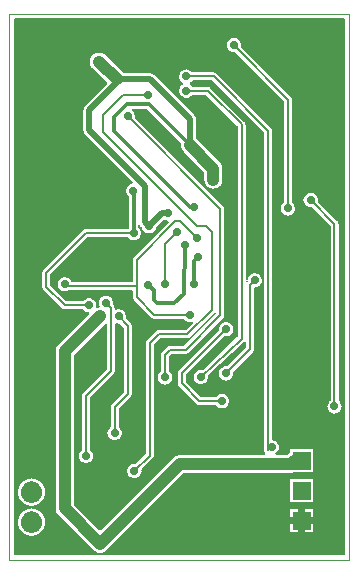
<source format=gbl>
G75*
G71*
%OFA0B0*%
%FSLAX23Y23*%
%IPPOS*%
%LPD*%
%ADD10C,0.1*%
%ADD11C,0.177*%
%ADD12C,0.305*%
%ADD13C,1.016*%
%ADD14C,0.508*%
%ADD15C,0.706*%
%LPD*%G36*
X17511Y29578D02*
X17534Y29524D01*
X17534Y28050D01*
X17398Y28002D01*
X17373Y28032D01*
X16914Y28491D01*
X16859Y28536D01*
X16801Y28567D01*
X16737Y28587D01*
X16667Y28594D01*
X16049Y28594D01*
X15995Y28616D01*
X15497Y29114D01*
X15574Y29241D01*
X15690Y29230D01*
X15808Y29241D01*
X15920Y29276D01*
X16024Y29332D01*
X16116Y29407D01*
X16191Y29498D01*
X16247Y29602D01*
X16281Y29715D01*
X16292Y29833D01*
X16281Y29950D01*
X16247Y30064D01*
X16191Y30167D01*
X16116Y30259D01*
X16024Y30334D01*
X15921Y30389D01*
X15808Y30424D01*
X15690Y30435D01*
X15572Y30424D01*
X15459Y30389D01*
X15439Y30379D01*
X15350Y30392D01*
X9296Y36446D01*
X9274Y36500D01*
X9274Y37315D01*
X9296Y37369D01*
X9330Y37403D01*
X9457Y37372D01*
X9478Y37304D01*
X9534Y37200D01*
X9609Y37108D01*
X9700Y37033D01*
X9803Y36977D01*
X9917Y36944D01*
X10035Y36932D01*
X10111Y36939D01*
X10173Y36917D01*
X17511Y29578D01*
G37*
%LPC*%%LPD*%G36*
X382Y2951D02*
X382Y3935D01*
X382Y4919D01*
X382Y5902D01*
X382Y6886D01*
X382Y7870D01*
X382Y8853D01*
X382Y9837D01*
X382Y10820D01*
X382Y11804D01*
X382Y12788D01*
X382Y13771D01*
X382Y14755D01*
X382Y15739D01*
X382Y16722D01*
X382Y17706D01*
X382Y18690D01*
X382Y29510D01*
X382Y30493D01*
X382Y31477D01*
X382Y45773D01*
X458Y45850D01*
X1985Y45850D01*
X2977Y45850D01*
X3970Y45850D01*
X28326Y45850D01*
X28403Y45773D01*
X28403Y42297D01*
X28403Y41314D01*
X28403Y40330D01*
X28403Y39346D01*
X28403Y38363D01*
X28403Y37379D01*
X28403Y36395D01*
X28403Y35412D01*
X28403Y32461D01*
X28403Y31477D01*
X28403Y30493D01*
X28403Y29510D01*
X28403Y459D01*
X28326Y383D01*
X26800Y383D01*
X25807Y383D01*
X24814Y383D01*
X19851Y383D01*
X18859Y383D01*
X17866Y383D01*
X16874Y383D01*
X15881Y383D01*
X14888Y383D01*
X13896Y383D01*
X12903Y383D01*
X11911Y383D01*
X7940Y383D01*
X6948Y383D01*
X5955Y383D01*
X458Y383D01*
X382Y459D01*
X382Y1968D01*
X382Y2951D01*
G37*
%LPC*%G36*
X13558Y18112D02*
X13494Y18093D01*
X13436Y18061D01*
X13381Y18017D01*
X12928Y17564D01*
X12884Y17509D01*
X12866Y17475D01*
X12852Y17451D01*
X12848Y17441D01*
X12833Y17387D01*
X12831Y17378D01*
X12830Y17357D01*
X12827Y17321D01*
X12827Y17312D01*
X12848Y15963D01*
X12820Y15903D01*
X12768Y15861D01*
X12694Y15770D01*
X12638Y15665D01*
X12603Y15552D01*
X12592Y15434D01*
X12603Y15317D01*
X12638Y15204D01*
X12694Y15100D01*
X12769Y15008D01*
X12860Y14933D01*
X12963Y14877D01*
X13077Y14844D01*
X13195Y14832D01*
X13312Y14844D01*
X13426Y14877D01*
X13529Y14933D01*
X13621Y15008D01*
X13696Y15100D01*
X13751Y15203D01*
X13786Y15317D01*
X13797Y15434D01*
X13786Y15552D01*
X13751Y15665D01*
X13696Y15770D01*
X13621Y15861D01*
X13553Y15916D01*
X13524Y15974D01*
X13506Y17152D01*
X13529Y17207D01*
X13741Y17419D01*
X13795Y17442D01*
X14939Y17442D01*
X15009Y17448D01*
X15072Y17468D01*
X15130Y17499D01*
X15185Y17544D01*
X18108Y20468D01*
X18153Y20522D01*
X18184Y20580D01*
X18204Y20644D01*
X18211Y20714D01*
X18211Y29693D01*
X18204Y29763D01*
X18184Y29827D01*
X18153Y29884D01*
X18108Y29939D01*
X10652Y37395D01*
X10630Y37457D01*
X10637Y37534D01*
X10626Y37652D01*
X10591Y37765D01*
X10535Y37870D01*
X10461Y37961D01*
X10369Y38035D01*
X10352Y38045D01*
X10388Y38189D01*
X11628Y38189D01*
X11682Y38166D01*
X14564Y35284D01*
X14586Y35223D01*
X14573Y35088D01*
X14587Y34940D01*
X14630Y34798D01*
X14700Y34667D01*
X14797Y34550D01*
X16517Y32829D01*
X16540Y32775D01*
X16540Y32188D01*
X16554Y32037D01*
X16598Y31895D01*
X16668Y31764D01*
X16762Y31648D01*
X16877Y31555D01*
X17008Y31484D01*
X17150Y31442D01*
X17298Y31427D01*
X17446Y31442D01*
X17588Y31484D01*
X17718Y31555D01*
X17834Y31649D01*
X17928Y31764D01*
X17998Y31894D01*
X18041Y32037D01*
X18056Y32188D01*
X18056Y33116D01*
X18041Y33268D01*
X17998Y33411D01*
X17928Y33541D01*
X17831Y33659D01*
X15869Y35621D01*
X15862Y35627D01*
X15835Y35686D01*
X15835Y37297D01*
X15824Y37399D01*
X15795Y37494D01*
X15749Y37580D01*
X15683Y37660D01*
X12326Y41017D01*
X12247Y41082D01*
X12160Y41129D01*
X12065Y41158D01*
X11963Y41168D01*
X9749Y41168D01*
X9690Y41196D01*
X9684Y41203D01*
X8190Y42697D01*
X8071Y42794D01*
X7941Y42864D01*
X7798Y42907D01*
X7647Y42922D01*
X7582Y42922D01*
X7431Y42907D01*
X7288Y42864D01*
X7158Y42794D01*
X7043Y42700D01*
X6949Y42584D01*
X6878Y42454D01*
X6835Y42312D01*
X6821Y42164D01*
X6835Y42016D01*
X6878Y41874D01*
X6949Y41743D01*
X7042Y41628D01*
X7158Y41534D01*
X7257Y41481D01*
X7275Y41468D01*
X8325Y40419D01*
X8325Y40310D01*
X6444Y38430D01*
X6379Y38350D01*
X6332Y38264D01*
X6303Y38169D01*
X6294Y38067D01*
X6294Y36369D01*
X6303Y36267D01*
X6332Y36173D01*
X6379Y36086D01*
X6444Y36006D01*
X10467Y31983D01*
X10421Y31853D01*
X10380Y31849D01*
X10268Y31814D01*
X10163Y31758D01*
X10071Y31684D01*
X9997Y31593D01*
X9941Y31488D01*
X9906Y31375D01*
X9895Y31257D01*
X9906Y31139D01*
X9941Y31027D01*
X9997Y30923D01*
X10072Y30831D01*
X10113Y30797D01*
X10141Y30738D01*
X10141Y28137D01*
X10112Y28077D01*
X10068Y28021D01*
X10008Y27993D01*
X6493Y27993D01*
X6423Y27986D01*
X6359Y27967D01*
X6301Y27935D01*
X6246Y27891D01*
X2903Y24547D01*
X2858Y24492D01*
X2827Y24435D01*
X2807Y24371D01*
X2801Y24301D01*
X2801Y23106D01*
X2807Y23036D01*
X2827Y22972D01*
X2858Y22914D01*
X2903Y22861D01*
X4468Y21294D01*
X4523Y21250D01*
X4582Y21218D01*
X4644Y21200D01*
X4714Y21193D01*
X6242Y21193D01*
X6301Y21165D01*
X6350Y21105D01*
X6442Y21030D01*
X6546Y20974D01*
X6658Y20939D01*
X6737Y20932D01*
X6784Y20802D01*
X4169Y18187D01*
X4072Y18069D01*
X4002Y17938D01*
X3958Y17796D01*
X3944Y17644D01*
X3944Y4357D01*
X3958Y4205D01*
X4002Y4064D01*
X4072Y3932D01*
X4169Y3815D01*
X7163Y819D01*
X7282Y723D01*
X7413Y653D01*
X7555Y609D01*
X7702Y595D01*
X7850Y609D01*
X7993Y653D01*
X8123Y723D01*
X8241Y819D01*
X14752Y7330D01*
X14806Y7353D01*
X23833Y7353D01*
X23985Y7368D01*
X24038Y7383D01*
X24060Y7387D01*
X25515Y7387D01*
X25567Y7392D01*
X25614Y7406D01*
X25657Y7429D01*
X25695Y7460D01*
X25726Y7498D01*
X25749Y7541D01*
X25764Y7588D01*
X25769Y7640D01*
X25769Y9157D01*
X25764Y9209D01*
X25749Y9256D01*
X25726Y9299D01*
X25695Y9337D01*
X25657Y9368D01*
X25614Y9391D01*
X25567Y9406D01*
X25515Y9411D01*
X23999Y9411D01*
X23946Y9406D01*
X23900Y9391D01*
X23856Y9368D01*
X23818Y9337D01*
X23787Y9299D01*
X23764Y9256D01*
X23749Y9209D01*
X23745Y9157D01*
X23745Y9095D01*
X23704Y9028D01*
X23588Y8931D01*
X23547Y8891D01*
X23493Y8869D01*
X22562Y8869D01*
X22526Y9013D01*
X22551Y9026D01*
X22643Y9101D01*
X22717Y9193D01*
X22773Y9297D01*
X22808Y9410D01*
X22819Y9527D01*
X22808Y9645D01*
X22773Y9758D01*
X22717Y9863D01*
X22643Y9954D01*
X22551Y10028D01*
X22448Y10084D01*
X22330Y10120D01*
X22276Y10193D01*
X22276Y36312D01*
X22269Y36382D01*
X22250Y36446D01*
X22218Y36504D01*
X22174Y36558D01*
X17582Y41150D01*
X17528Y41194D01*
X17470Y41226D01*
X17406Y41245D01*
X17336Y41252D01*
X15543Y41252D01*
X15484Y41280D01*
X15435Y41340D01*
X15343Y41414D01*
X15239Y41470D01*
X15126Y41505D01*
X15008Y41516D01*
X14891Y41505D01*
X14778Y41470D01*
X14674Y41414D01*
X14582Y41340D01*
X14507Y41249D01*
X14452Y41144D01*
X14417Y41031D01*
X14406Y40913D01*
X14417Y40796D01*
X14452Y40682D01*
X14507Y40579D01*
X14582Y40487D01*
X14674Y40412D01*
X14722Y40386D01*
X14722Y40251D01*
X14674Y40225D01*
X14582Y40151D01*
X14507Y40060D01*
X14452Y39955D01*
X14417Y39842D01*
X14406Y39724D01*
X14417Y39607D01*
X14452Y39493D01*
X14507Y39390D01*
X14582Y39298D01*
X14674Y39223D01*
X14777Y39167D01*
X14891Y39134D01*
X15008Y39122D01*
X15126Y39134D01*
X15239Y39167D01*
X15343Y39223D01*
X15435Y39298D01*
X15483Y39357D01*
X15542Y39386D01*
X16633Y39386D01*
X16687Y39363D01*
X19316Y36734D01*
X19339Y36680D01*
X19339Y18883D01*
X19314Y18827D01*
X16387Y16098D01*
X16327Y16078D01*
X16227Y16088D01*
X16110Y16076D01*
X15996Y16042D01*
X15893Y15986D01*
X15801Y15912D01*
X15726Y15821D01*
X15671Y15716D01*
X15636Y15603D01*
X15625Y15485D01*
X15636Y15367D01*
X15671Y15255D01*
X15726Y15151D01*
X15801Y15059D01*
X15893Y14984D01*
X15996Y14928D01*
X16110Y14895D01*
X16227Y14883D01*
X16345Y14895D01*
X16458Y14928D01*
X16562Y14984D01*
X16654Y15059D01*
X16728Y15151D01*
X16784Y15255D01*
X16819Y15367D01*
X16830Y15485D01*
X16825Y15539D01*
X16849Y15603D01*
X19905Y18451D01*
X19917Y18463D01*
X19929Y18479D01*
X20065Y18430D01*
X20065Y17995D01*
X20042Y17941D01*
X18488Y16388D01*
X18426Y16366D01*
X18350Y16373D01*
X18232Y16362D01*
X18120Y16327D01*
X18015Y16271D01*
X17923Y16197D01*
X17849Y16106D01*
X17793Y16001D01*
X17758Y15888D01*
X17747Y15770D01*
X17758Y15653D01*
X17793Y15540D01*
X17849Y15436D01*
X17924Y15344D01*
X18015Y15269D01*
X18119Y15213D01*
X18232Y15180D01*
X18350Y15168D01*
X18467Y15180D01*
X18581Y15213D01*
X18684Y15269D01*
X18776Y15344D01*
X18851Y15436D01*
X18906Y15539D01*
X18941Y15653D01*
X18952Y15770D01*
X18945Y15847D01*
X18967Y15909D01*
X20640Y17582D01*
X20684Y17635D01*
X20715Y17693D01*
X20735Y17757D01*
X20742Y17827D01*
X20742Y22977D01*
X20811Y23053D01*
X20899Y23062D01*
X21012Y23095D01*
X21116Y23151D01*
X21208Y23226D01*
X21282Y23318D01*
X21338Y23422D01*
X21373Y23535D01*
X21384Y23652D01*
X21373Y23770D01*
X21338Y23883D01*
X21282Y23988D01*
X21208Y24079D01*
X21116Y24153D01*
X21012Y24209D01*
X20899Y24244D01*
X20781Y24255D01*
X20664Y24244D01*
X20551Y24209D01*
X20447Y24153D01*
X20355Y24079D01*
X20280Y23988D01*
X20225Y23883D01*
X20190Y23770D01*
X20179Y23652D01*
X20186Y23576D01*
X20164Y23514D01*
X20151Y23498D01*
X20016Y23547D01*
X20016Y36848D01*
X20009Y36918D01*
X19989Y36982D01*
X19958Y37040D01*
X19913Y37095D01*
X17047Y39961D01*
X16992Y40005D01*
X16934Y40037D01*
X16870Y40056D01*
X16800Y40063D01*
X15543Y40063D01*
X15484Y40091D01*
X15435Y40151D01*
X15343Y40225D01*
X15295Y40251D01*
X15295Y40386D01*
X15343Y40412D01*
X15435Y40487D01*
X15483Y40546D01*
X15542Y40575D01*
X17169Y40575D01*
X17223Y40552D01*
X21576Y36199D01*
X21599Y36145D01*
X21599Y9252D01*
X21605Y9182D01*
X21625Y9119D01*
X21656Y9061D01*
X21698Y9009D01*
X21705Y9004D01*
X21656Y8869D01*
X14464Y8869D01*
X14312Y8854D01*
X14171Y8810D01*
X14039Y8740D01*
X13922Y8643D01*
X7756Y2479D01*
X7648Y2479D01*
X5482Y4645D01*
X5460Y4699D01*
X5460Y17302D01*
X5482Y17356D01*
X8115Y19989D01*
X8246Y19935D01*
X8246Y16131D01*
X8223Y16077D01*
X6274Y14128D01*
X6230Y14073D01*
X6198Y14015D01*
X6179Y13952D01*
X6173Y13882D01*
X6173Y9338D01*
X6144Y9279D01*
X6084Y9230D01*
X6010Y9139D01*
X5954Y9034D01*
X5919Y8921D01*
X5908Y8803D01*
X5919Y8686D01*
X5954Y8573D01*
X6010Y8469D01*
X6085Y8377D01*
X6176Y8302D01*
X6280Y8246D01*
X6393Y8213D01*
X6511Y8201D01*
X6628Y8213D01*
X6742Y8246D01*
X6845Y8302D01*
X6937Y8377D01*
X7012Y8469D01*
X7068Y8572D01*
X7102Y8686D01*
X7113Y8803D01*
X7102Y8921D01*
X7068Y9034D01*
X7012Y9138D01*
X6937Y9230D01*
X6878Y9278D01*
X6850Y9337D01*
X6850Y13714D01*
X6872Y13768D01*
X8821Y15717D01*
X8865Y15772D01*
X8897Y15830D01*
X8916Y15893D01*
X8923Y15963D01*
X8923Y19979D01*
X9035Y20047D01*
X9151Y20012D01*
X9269Y20000D01*
X9324Y20005D01*
X9387Y19982D01*
X9676Y19675D01*
X9697Y19622D01*
X9697Y14212D01*
X9674Y14158D01*
X8690Y13174D01*
X8645Y13119D01*
X8614Y13061D01*
X8594Y12997D01*
X8588Y12927D01*
X8588Y11273D01*
X8560Y11214D01*
X8500Y11165D01*
X8426Y11074D01*
X8370Y10970D01*
X8335Y10857D01*
X8324Y10739D01*
X8335Y10621D01*
X8370Y10509D01*
X8426Y10404D01*
X8500Y10313D01*
X8592Y10238D01*
X8695Y10182D01*
X8809Y10149D01*
X8926Y10137D01*
X9044Y10149D01*
X9158Y10182D01*
X9261Y10238D01*
X9353Y10313D01*
X9427Y10404D01*
X9483Y10509D01*
X9518Y10621D01*
X9529Y10739D01*
X9518Y10857D01*
X9483Y10970D01*
X9427Y11074D01*
X9353Y11165D01*
X9292Y11215D01*
X9265Y11274D01*
X9265Y12759D01*
X9287Y12813D01*
X10271Y13798D01*
X10316Y13852D01*
X10347Y13910D01*
X10367Y13974D01*
X10374Y14043D01*
X10374Y19783D01*
X10369Y19827D01*
X10368Y19844D01*
X10367Y19853D01*
X10359Y19878D01*
X10351Y19907D01*
X10346Y19919D01*
X10336Y19937D01*
X10322Y19966D01*
X10316Y19976D01*
X10300Y19995D01*
X10279Y20022D01*
X9882Y20444D01*
X9862Y20504D01*
X9871Y20602D01*
X9860Y20720D01*
X9825Y20833D01*
X9770Y20938D01*
X9695Y21029D01*
X9603Y21103D01*
X9500Y21159D01*
X9386Y21194D01*
X9269Y21205D01*
X9151Y21194D01*
X9039Y21159D01*
X8923Y21225D01*
X8923Y21311D01*
X8923Y21331D01*
X8921Y21352D01*
X8919Y21381D01*
X8916Y21396D01*
X8908Y21427D01*
X8903Y21446D01*
X8899Y21457D01*
X8897Y21465D01*
X8884Y21489D01*
X8876Y21507D01*
X8868Y21518D01*
X8853Y21538D01*
X8835Y21563D01*
X8804Y21599D01*
X8785Y21657D01*
X8796Y21775D01*
X8785Y21893D01*
X8750Y22006D01*
X8694Y22111D01*
X8620Y22202D01*
X8528Y22276D01*
X8424Y22332D01*
X8311Y22367D01*
X8193Y22378D01*
X8076Y22367D01*
X7963Y22332D01*
X7859Y22276D01*
X7767Y22202D01*
X7692Y22111D01*
X7637Y22006D01*
X7602Y21893D01*
X7591Y21775D01*
X7602Y21658D01*
X7637Y21544D01*
X7677Y21468D01*
X7617Y21356D01*
X7508Y21346D01*
X7465Y21333D01*
X7367Y21414D01*
X7379Y21531D01*
X7367Y21648D01*
X7333Y21762D01*
X7277Y21865D01*
X7203Y21957D01*
X7111Y22032D01*
X7007Y22087D01*
X6894Y22122D01*
X6776Y22133D01*
X6658Y22122D01*
X6545Y22087D01*
X6442Y22032D01*
X6350Y21957D01*
X6301Y21897D01*
X6242Y21870D01*
X4882Y21870D01*
X4828Y21892D01*
X3500Y23219D01*
X3478Y23273D01*
X3478Y24133D01*
X3500Y24187D01*
X6606Y27293D01*
X6660Y27316D01*
X10009Y27316D01*
X10068Y27287D01*
X10117Y27228D01*
X10208Y27153D01*
X10312Y27098D01*
X10425Y27063D01*
X10543Y27052D01*
X10661Y27063D01*
X10774Y27098D01*
X10877Y27153D01*
X10969Y27228D01*
X11044Y27320D01*
X11100Y27423D01*
X11134Y27537D01*
X11145Y27654D01*
X11134Y27772D01*
X11100Y27885D01*
X11044Y27989D01*
X10969Y28081D01*
X10946Y28136D01*
X10946Y28298D01*
X11090Y28334D01*
X11116Y28285D01*
X11181Y28205D01*
X11242Y28144D01*
X11261Y28113D01*
X11288Y28024D01*
X11343Y27920D01*
X11418Y27829D01*
X11510Y27754D01*
X11614Y27698D01*
X11727Y27663D01*
X11844Y27652D01*
X11962Y27663D01*
X12075Y27698D01*
X12179Y27754D01*
X12271Y27828D01*
X12345Y27920D01*
X12401Y28025D01*
X12428Y28113D01*
X12447Y28145D01*
X13089Y28787D01*
X13179Y28800D01*
X13253Y28760D01*
X13367Y28727D01*
X13484Y28715D01*
X13531Y28585D01*
X10581Y25636D01*
X10537Y25581D01*
X10505Y25523D01*
X10486Y25460D01*
X10480Y25390D01*
X10480Y23606D01*
X10403Y23530D01*
X5318Y23530D01*
X5251Y23570D01*
X5203Y23658D01*
X5128Y23750D01*
X5036Y23825D01*
X4933Y23881D01*
X4819Y23915D01*
X4702Y23926D01*
X4584Y23915D01*
X4471Y23881D01*
X4367Y23825D01*
X4276Y23750D01*
X4201Y23658D01*
X4145Y23555D01*
X4110Y23441D01*
X4099Y23324D01*
X4110Y23206D01*
X4145Y23094D01*
X4201Y22989D01*
X4275Y22897D01*
X4367Y22823D01*
X4472Y22767D01*
X4584Y22732D01*
X4702Y22721D01*
X4819Y22732D01*
X4933Y22767D01*
X5036Y22823D01*
X5052Y22835D01*
X5100Y22853D01*
X10403Y22853D01*
X10480Y22776D01*
X10480Y22227D01*
X10486Y22157D01*
X10505Y22093D01*
X10537Y22035D01*
X10581Y21982D01*
X12050Y20512D01*
X12105Y20468D01*
X12163Y20436D01*
X12226Y20418D01*
X12296Y20411D01*
X14746Y20411D01*
X14805Y20383D01*
X14854Y20323D01*
X14946Y20248D01*
X15050Y20192D01*
X15162Y20157D01*
X15280Y20146D01*
X15398Y20157D01*
X15488Y20185D01*
X15565Y20058D01*
X14983Y19476D01*
X14929Y19454D01*
X12678Y19454D01*
X12608Y19447D01*
X12545Y19427D01*
X12487Y19396D01*
X12433Y19351D01*
X11658Y18578D01*
X11613Y18523D01*
X11582Y18465D01*
X11563Y18401D01*
X11557Y18331D01*
X11557Y8994D01*
X11534Y8940D01*
X10744Y8149D01*
X10682Y8127D01*
X10605Y8134D01*
X10488Y8123D01*
X10374Y8089D01*
X10271Y8033D01*
X10179Y7958D01*
X10104Y7866D01*
X10048Y7763D01*
X10014Y7650D01*
X10003Y7532D01*
X10014Y7414D01*
X10048Y7301D01*
X10104Y7197D01*
X10179Y7106D01*
X10271Y7031D01*
X10374Y6975D01*
X10488Y6941D01*
X10605Y6929D01*
X10723Y6941D01*
X10836Y6975D01*
X10940Y7031D01*
X11032Y7105D01*
X11106Y7197D01*
X11162Y7302D01*
X11197Y7414D01*
X11208Y7532D01*
X11201Y7609D01*
X11223Y7671D01*
X12131Y8580D01*
X12176Y8634D01*
X12207Y8693D01*
X12227Y8755D01*
X12234Y8825D01*
X12234Y18164D01*
X12256Y18218D01*
X12793Y18754D01*
X12847Y18777D01*
X15096Y18777D01*
X15166Y18784D01*
X15230Y18802D01*
X15288Y18834D01*
X15342Y18878D01*
X17373Y20910D01*
X17398Y20940D01*
X17534Y20891D01*
X17534Y20882D01*
X17511Y20828D01*
X14824Y18141D01*
X14770Y18119D01*
X13628Y18119D01*
X13558Y18112D01*
G37*
G36*
X27880Y28524D02*
X27860Y28588D01*
X27829Y28646D01*
X27784Y28701D01*
X26175Y30310D01*
X26155Y30384D01*
X26165Y30422D01*
X26170Y30501D01*
X26160Y30579D01*
X26135Y30653D01*
X26096Y30721D01*
X26054Y30769D01*
X26044Y30784D01*
X26027Y30816D01*
X25952Y30907D01*
X25860Y30981D01*
X25757Y31037D01*
X25643Y31072D01*
X25526Y31083D01*
X25408Y31072D01*
X25296Y31037D01*
X25191Y30981D01*
X25099Y30907D01*
X25025Y30816D01*
X24969Y30711D01*
X24934Y30598D01*
X24923Y30480D01*
X24934Y30363D01*
X24969Y30250D01*
X25025Y30146D01*
X25100Y30054D01*
X25191Y29979D01*
X25295Y29924D01*
X25408Y29889D01*
X25526Y29878D01*
X25602Y29885D01*
X25664Y29863D01*
X27187Y28340D01*
X27210Y28286D01*
X27210Y13508D01*
X27181Y13449D01*
X27121Y13400D01*
X27047Y13309D01*
X26991Y13204D01*
X26956Y13091D01*
X26945Y12973D01*
X26956Y12856D01*
X26991Y12743D01*
X27047Y12639D01*
X27122Y12547D01*
X27213Y12472D01*
X27317Y12417D01*
X27430Y12382D01*
X27548Y12371D01*
X27665Y12382D01*
X27779Y12417D01*
X27882Y12472D01*
X27974Y12547D01*
X28049Y12639D01*
X28104Y12742D01*
X28139Y12856D01*
X28150Y12973D01*
X28139Y13091D01*
X28104Y13204D01*
X28049Y13309D01*
X27974Y13400D01*
X27915Y13448D01*
X27887Y13507D01*
X27887Y28454D01*
X27880Y28524D01*
G37*
G36*
X14360Y16013D02*
X14315Y15958D01*
X14284Y15900D01*
X14265Y15836D01*
X14259Y15767D01*
X14259Y14934D01*
X14265Y14865D01*
X14284Y14803D01*
X14315Y14744D01*
X14360Y14690D01*
X15844Y13206D01*
X15898Y13161D01*
X15956Y13130D01*
X16020Y13110D01*
X16090Y13104D01*
X17473Y13104D01*
X17532Y13075D01*
X17581Y13016D01*
X17672Y12941D01*
X17776Y12885D01*
X17889Y12852D01*
X18007Y12840D01*
X18124Y12852D01*
X18238Y12885D01*
X18341Y12941D01*
X18433Y13016D01*
X18508Y13108D01*
X18564Y13211D01*
X18598Y13325D01*
X18609Y13442D01*
X18598Y13560D01*
X18564Y13673D01*
X18508Y13777D01*
X18433Y13869D01*
X18341Y13943D01*
X18238Y13999D01*
X18124Y14034D01*
X18007Y14045D01*
X17889Y14034D01*
X17777Y13999D01*
X17672Y13943D01*
X17580Y13869D01*
X17532Y13809D01*
X17472Y13781D01*
X16258Y13781D01*
X16204Y13803D01*
X14958Y15049D01*
X14936Y15103D01*
X14936Y15599D01*
X14958Y15653D01*
X18216Y18912D01*
X18278Y18934D01*
X18377Y18924D01*
X18494Y18935D01*
X18608Y18970D01*
X18711Y19026D01*
X18803Y19101D01*
X18878Y19192D01*
X18933Y19296D01*
X18968Y19409D01*
X18979Y19527D01*
X18968Y19644D01*
X18933Y19758D01*
X18878Y19861D01*
X18803Y19953D01*
X18711Y20028D01*
X18608Y20083D01*
X18494Y20118D01*
X18377Y20129D01*
X18259Y20118D01*
X18146Y20083D01*
X18042Y20028D01*
X17951Y19953D01*
X17876Y19861D01*
X17820Y19758D01*
X17785Y19644D01*
X17774Y19527D01*
X17779Y19472D01*
X17757Y19410D01*
X14360Y16013D01*
G37*
G36*
X23934Y39029D02*
X23915Y39093D01*
X23883Y39151D01*
X23839Y39206D01*
X19635Y43410D01*
X19616Y43487D01*
X19627Y43603D01*
X19616Y43721D01*
X19581Y43835D01*
X19525Y43938D01*
X19451Y44030D01*
X19359Y44104D01*
X19256Y44160D01*
X19142Y44195D01*
X19024Y44206D01*
X18907Y44195D01*
X18794Y44160D01*
X18690Y44104D01*
X18598Y44030D01*
X18524Y43938D01*
X18468Y43835D01*
X18433Y43721D01*
X18422Y43603D01*
X18433Y43486D01*
X18468Y43373D01*
X18524Y43269D01*
X18598Y43177D01*
X18690Y43103D01*
X18794Y43047D01*
X18907Y43012D01*
X19024Y43001D01*
X19045Y43003D01*
X19106Y42981D01*
X23241Y38846D01*
X23264Y38792D01*
X23264Y30276D01*
X23236Y30217D01*
X23176Y30168D01*
X23101Y30076D01*
X23045Y29973D01*
X23011Y29859D01*
X23000Y29742D01*
X23011Y29624D01*
X23045Y29511D01*
X23101Y29407D01*
X23176Y29316D01*
X23268Y29241D01*
X23372Y29185D01*
X23485Y29150D01*
X23602Y29139D01*
X23720Y29150D01*
X23833Y29185D01*
X23937Y29241D01*
X24029Y29315D01*
X24103Y29407D01*
X24159Y29512D01*
X24194Y29624D01*
X24205Y29742D01*
X24194Y29859D01*
X24159Y29973D01*
X24103Y30076D01*
X24029Y30168D01*
X23968Y30218D01*
X23941Y30277D01*
X23941Y38959D01*
X23934Y39029D01*
G37*
G36*
X8170Y42281D02*
X8135Y42395D01*
X8079Y42498D01*
X8005Y42590D01*
X7913Y42665D01*
X7809Y42721D01*
X7696Y42755D01*
X7578Y42766D01*
X7461Y42755D01*
X7347Y42721D01*
X7244Y42665D01*
X7152Y42590D01*
X7077Y42498D01*
X7022Y42395D01*
X6987Y42281D01*
X6976Y42164D01*
X6987Y42046D01*
X7022Y41933D01*
X7077Y41829D01*
X7152Y41738D01*
X7244Y41663D01*
X7348Y41607D01*
X7461Y41572D01*
X7578Y41561D01*
X7696Y41572D01*
X7809Y41607D01*
X7913Y41663D01*
X8005Y41737D01*
X8079Y41829D01*
X8135Y41934D01*
X8170Y42046D01*
X8181Y42164D01*
X8170Y42281D01*
G37*
G36*
X8294Y1470D02*
X8259Y1584D01*
X8203Y1687D01*
X8129Y1779D01*
X8037Y1853D01*
X7933Y1909D01*
X7820Y1944D01*
X7702Y1955D01*
X7585Y1944D01*
X7472Y1909D01*
X7368Y1853D01*
X7276Y1779D01*
X7201Y1687D01*
X7146Y1584D01*
X7111Y1470D01*
X7100Y1352D01*
X7111Y1235D01*
X7146Y1121D01*
X7201Y1018D01*
X7276Y927D01*
X7368Y852D01*
X7472Y796D01*
X7585Y761D01*
X7702Y750D01*
X7820Y761D01*
X7933Y796D01*
X8037Y852D01*
X8129Y926D01*
X8203Y1018D01*
X8259Y1122D01*
X8294Y1235D01*
X8305Y1352D01*
X8294Y1470D01*
G37*
G36*
X747Y5714D02*
X751Y5624D01*
X755Y5594D01*
X768Y5506D01*
X775Y5476D01*
X798Y5388D01*
X808Y5359D01*
X840Y5274D01*
X852Y5247D01*
X893Y5166D01*
X908Y5140D01*
X958Y5065D01*
X976Y5041D01*
X1033Y4971D01*
X1053Y4948D01*
X1116Y4885D01*
X1138Y4865D01*
X1209Y4808D01*
X1233Y4790D01*
X1308Y4740D01*
X1334Y4725D01*
X1415Y4684D01*
X1443Y4672D01*
X1526Y4639D01*
X1555Y4631D01*
X1643Y4607D01*
X1672Y4600D01*
X1762Y4587D01*
X1793Y4583D01*
X1882Y4579D01*
X1911Y4579D01*
X2001Y4583D01*
X2031Y4587D01*
X2121Y4600D01*
X2150Y4607D01*
X2238Y4631D01*
X2267Y4639D01*
X2351Y4672D01*
X2378Y4684D01*
X2459Y4725D01*
X2485Y4740D01*
X2560Y4790D01*
X2584Y4808D01*
X2655Y4865D01*
X2678Y4885D01*
X2740Y4948D01*
X2761Y4971D01*
X2818Y5041D01*
X2835Y5065D01*
X2885Y5140D01*
X2900Y5166D01*
X2941Y5247D01*
X2953Y5274D01*
X2985Y5359D01*
X2995Y5388D01*
X3018Y5476D01*
X3025Y5506D01*
X3038Y5594D01*
X3042Y5624D01*
X3047Y5714D01*
X3047Y5743D01*
X3042Y5833D01*
X3038Y5863D01*
X3025Y5952D01*
X3018Y5982D01*
X2995Y6069D01*
X2985Y6099D01*
X2953Y6183D01*
X2941Y6210D01*
X2900Y6291D01*
X2885Y6317D01*
X2835Y6392D01*
X2817Y6417D01*
X2761Y6486D01*
X2741Y6508D01*
X2677Y6573D01*
X2655Y6593D01*
X2584Y6650D01*
X2560Y6667D01*
X2485Y6717D01*
X2459Y6732D01*
X2378Y6773D01*
X2351Y6785D01*
X2267Y6817D01*
X2237Y6827D01*
X2151Y6850D01*
X2120Y6856D01*
X2031Y6870D01*
X2001Y6874D01*
X1911Y6878D01*
X1882Y6878D01*
X1792Y6874D01*
X1763Y6870D01*
X1673Y6856D01*
X1643Y6850D01*
X1556Y6827D01*
X1527Y6817D01*
X1442Y6785D01*
X1415Y6773D01*
X1334Y6732D01*
X1308Y6717D01*
X1233Y6667D01*
X1209Y6650D01*
X1138Y6593D01*
X1116Y6573D01*
X1052Y6508D01*
X1032Y6486D01*
X976Y6417D01*
X958Y6392D01*
X908Y6317D01*
X893Y6291D01*
X852Y6210D01*
X840Y6183D01*
X808Y6099D01*
X798Y6069D01*
X775Y5982D01*
X768Y5952D01*
X755Y5863D01*
X751Y5833D01*
X747Y5743D01*
X747Y5714D01*
G37*
G36*
X747Y3174D02*
X751Y3084D01*
X755Y3054D01*
X768Y2966D01*
X775Y2936D01*
X798Y2848D01*
X808Y2819D01*
X840Y2734D01*
X852Y2707D01*
X893Y2626D01*
X908Y2600D01*
X958Y2525D01*
X976Y2501D01*
X1033Y2431D01*
X1053Y2408D01*
X1116Y2345D01*
X1138Y2325D01*
X1209Y2268D01*
X1233Y2250D01*
X1308Y2200D01*
X1334Y2185D01*
X1415Y2144D01*
X1443Y2132D01*
X1526Y2099D01*
X1555Y2091D01*
X1643Y2067D01*
X1672Y2060D01*
X1762Y2047D01*
X1793Y2043D01*
X1882Y2039D01*
X1911Y2039D01*
X2001Y2043D01*
X2031Y2047D01*
X2121Y2060D01*
X2150Y2067D01*
X2238Y2091D01*
X2267Y2099D01*
X2351Y2132D01*
X2378Y2144D01*
X2459Y2185D01*
X2485Y2200D01*
X2560Y2250D01*
X2584Y2268D01*
X2655Y2325D01*
X2678Y2345D01*
X2740Y2408D01*
X2761Y2431D01*
X2818Y2501D01*
X2835Y2525D01*
X2885Y2600D01*
X2900Y2626D01*
X2941Y2707D01*
X2953Y2734D01*
X2985Y2819D01*
X2995Y2848D01*
X3018Y2936D01*
X3025Y2966D01*
X3038Y3054D01*
X3042Y3084D01*
X3047Y3174D01*
X3047Y3203D01*
X3042Y3293D01*
X3038Y3323D01*
X3025Y3412D01*
X3018Y3442D01*
X2995Y3529D01*
X2985Y3559D01*
X2953Y3643D01*
X2941Y3670D01*
X2900Y3751D01*
X2885Y3777D01*
X2835Y3852D01*
X2817Y3877D01*
X2761Y3946D01*
X2741Y3968D01*
X2677Y4033D01*
X2655Y4053D01*
X2584Y4110D01*
X2560Y4127D01*
X2485Y4177D01*
X2459Y4192D01*
X2378Y4233D01*
X2351Y4245D01*
X2267Y4277D01*
X2237Y4287D01*
X2151Y4310D01*
X2120Y4316D01*
X2031Y4330D01*
X2001Y4334D01*
X1911Y4338D01*
X1882Y4338D01*
X1792Y4334D01*
X1763Y4330D01*
X1673Y4316D01*
X1643Y4310D01*
X1556Y4287D01*
X1527Y4277D01*
X1442Y4245D01*
X1415Y4233D01*
X1334Y4192D01*
X1308Y4177D01*
X1233Y4127D01*
X1209Y4110D01*
X1138Y4053D01*
X1116Y4033D01*
X1052Y3968D01*
X1032Y3946D01*
X976Y3877D01*
X958Y3852D01*
X908Y3777D01*
X893Y3751D01*
X852Y3670D01*
X840Y3643D01*
X808Y3559D01*
X798Y3529D01*
X775Y3442D01*
X768Y3412D01*
X755Y3323D01*
X751Y3293D01*
X747Y3203D01*
X747Y3174D01*
G37*
G36*
X23745Y5100D02*
X23749Y5048D01*
X23764Y5001D01*
X23787Y4958D01*
X23818Y4920D01*
X23856Y4889D01*
X23900Y4866D01*
X23946Y4852D01*
X23999Y4847D01*
X25515Y4847D01*
X25567Y4852D01*
X25614Y4866D01*
X25657Y4889D01*
X25695Y4920D01*
X25726Y4958D01*
X25749Y5001D01*
X25764Y5048D01*
X25769Y5100D01*
X25769Y6617D01*
X25764Y6669D01*
X25749Y6716D01*
X25726Y6759D01*
X25695Y6797D01*
X25657Y6828D01*
X25614Y6851D01*
X25567Y6866D01*
X25515Y6871D01*
X23999Y6871D01*
X23946Y6866D01*
X23900Y6851D01*
X23856Y6828D01*
X23818Y6797D01*
X23787Y6759D01*
X23764Y6716D01*
X23749Y6669D01*
X23745Y6617D01*
X23745Y5100D01*
G37*
G36*
X23745Y3591D02*
X24485Y3591D01*
X24485Y4331D01*
X23999Y4331D01*
X23946Y4326D01*
X23900Y4311D01*
X23856Y4288D01*
X23818Y4257D01*
X23787Y4219D01*
X23764Y4176D01*
X23749Y4129D01*
X23745Y4077D01*
X23745Y3591D01*
G37*
G36*
X23745Y2560D02*
X23749Y2508D01*
X23764Y2461D01*
X23787Y2418D01*
X23818Y2380D01*
X23856Y2349D01*
X23900Y2326D01*
X23946Y2312D01*
X23999Y2307D01*
X24485Y2307D01*
X24485Y3047D01*
X23745Y3047D01*
X23745Y2560D01*
G37*
G36*
X25515Y2307D02*
X25567Y2312D01*
X25614Y2326D01*
X25657Y2349D01*
X25695Y2380D01*
X25726Y2418D01*
X25749Y2461D01*
X25764Y2508D01*
X25769Y2560D01*
X25769Y3047D01*
X25029Y3047D01*
X25029Y2307D01*
X25515Y2307D01*
G37*
G36*
X25769Y4077D02*
X25764Y4129D01*
X25749Y4176D01*
X25726Y4219D01*
X25695Y4257D01*
X25657Y4288D01*
X25614Y4311D01*
X25567Y4326D01*
X25515Y4331D01*
X25029Y4331D01*
X25029Y3591D01*
X25769Y3591D01*
X25769Y4077D01*
G37*
G36*
X24127Y6279D02*
X24057Y6149D01*
X24013Y6006D01*
X23999Y5858D01*
X24013Y5711D01*
X24057Y5569D01*
X24127Y5438D01*
X24220Y5322D01*
X24336Y5229D01*
X24467Y5158D01*
X24609Y5116D01*
X24757Y5101D01*
X24904Y5116D01*
X25047Y5158D01*
X25177Y5229D01*
X25296Y5325D01*
X25384Y5413D01*
X25480Y5532D01*
X25550Y5663D01*
X25594Y5805D01*
X25608Y5952D01*
X25594Y6100D01*
X25550Y6243D01*
X25480Y6373D01*
X25387Y6488D01*
X25271Y6582D01*
X25141Y6652D01*
X24998Y6696D01*
X24851Y6710D01*
X24703Y6696D01*
X24561Y6652D01*
X24430Y6582D01*
X24311Y6485D01*
X24223Y6397D01*
X24127Y6279D01*
G37*
%LPD*%D10*
X0Y0D02*
X0Y100D01*
X0Y200D01*
X0Y300D01*
X0Y399D01*
X0Y499D01*
X0Y599D01*
X0Y699D01*
X0Y799D01*
X0Y899D01*
X0Y999D01*
X0Y1098D01*
X0Y1198D01*
X0Y1298D01*
X0Y1398D01*
X0Y1498D01*
X0Y1598D01*
X0Y1697D01*
X0Y1797D01*
X0Y1897D01*
X0Y1997D01*
X0Y2097D01*
X0Y2197D01*
X0Y2297D01*
X0Y2396D01*
X0Y2496D01*
X0Y2596D01*
X0Y2696D01*
X0Y2796D01*
X0Y2896D01*
X0Y2996D01*
X0Y3095D01*
X0Y3195D01*
X0Y3295D01*
X0Y3395D01*
X0Y3495D01*
X0Y3595D01*
X0Y3694D01*
X0Y3794D01*
X0Y3894D01*
X0Y3994D01*
X0Y4094D01*
X0Y4194D01*
X0Y4294D01*
X0Y4393D01*
X0Y4493D01*
X0Y4593D01*
X0Y4693D01*
X0Y4793D01*
X0Y4893D01*
X0Y4993D01*
X0Y5092D01*
X0Y5192D01*
X0Y5292D01*
X0Y5392D01*
X0Y5492D01*
X0Y5592D01*
X0Y5692D01*
X0Y5791D01*
X0Y5891D01*
X0Y5991D01*
X0Y6091D01*
X0Y6191D01*
X0Y6291D01*
X0Y6390D01*
X0Y6490D01*
X0Y6590D01*
X0Y6690D01*
X0Y6790D01*
X0Y6890D01*
X0Y6990D01*
X0Y7089D01*
X0Y7189D01*
X0Y7289D01*
X0Y7389D01*
X0Y7489D01*
X0Y7589D01*
X0Y7689D01*
X0Y7788D01*
X0Y7888D01*
X0Y7988D01*
X0Y8088D01*
X0Y8188D01*
X0Y8288D01*
X0Y8388D01*
X0Y8487D01*
X0Y8587D01*
X0Y8687D01*
X0Y8787D01*
X0Y8887D01*
X0Y8987D01*
X0Y9086D01*
X0Y9186D01*
X0Y9286D01*
X0Y9386D01*
X0Y9486D01*
X0Y9586D01*
X0Y9686D01*
X0Y9785D01*
X0Y9885D01*
X0Y9985D01*
X0Y10085D01*
X0Y10185D01*
X0Y10285D01*
X0Y10385D01*
X0Y10484D01*
X0Y10584D01*
X0Y10684D01*
X0Y10784D01*
X0Y10884D01*
X0Y10984D01*
X0Y11083D01*
X0Y11183D01*
X0Y11283D01*
X0Y11383D01*
X0Y11483D01*
X0Y11583D01*
X0Y11683D01*
X0Y11782D01*
X0Y11882D01*
X0Y11982D01*
X0Y12082D01*
X0Y12182D01*
X0Y12282D01*
X0Y12382D01*
X0Y12481D01*
X0Y12581D01*
X0Y12681D01*
X0Y12781D01*
X0Y12881D01*
X0Y12981D01*
X0Y13081D01*
X0Y13180D01*
X0Y13280D01*
X0Y13380D01*
X0Y13480D01*
X0Y13580D01*
X0Y13680D01*
X0Y13779D01*
X0Y13879D01*
X0Y13979D01*
X0Y14079D01*
X0Y14179D01*
X0Y14279D01*
X0Y14379D01*
X0Y14478D01*
X0Y14578D01*
X0Y14678D01*
X0Y14778D01*
X0Y14878D01*
X0Y14978D01*
X0Y15078D01*
X0Y15177D01*
X0Y15277D01*
X0Y15377D01*
X0Y15477D01*
X0Y15577D01*
X0Y15677D01*
X0Y15777D01*
X0Y15876D01*
X0Y15976D01*
X0Y16076D01*
X0Y16176D01*
X0Y16276D01*
X0Y16376D01*
X0Y16475D01*
X0Y16575D01*
X0Y16675D01*
X0Y16775D01*
X0Y16875D01*
X0Y16975D01*
X0Y17075D01*
X0Y17174D01*
X0Y17274D01*
X0Y17374D01*
X0Y17474D01*
X0Y17574D01*
X0Y17674D01*
X0Y17774D01*
X0Y17873D01*
X0Y17973D01*
X0Y18073D01*
X0Y18173D01*
X0Y18273D01*
X0Y18373D01*
X0Y18472D01*
X0Y18572D01*
X0Y18672D01*
X0Y18772D01*
X0Y18872D01*
X0Y18972D01*
X0Y19072D01*
X0Y19171D01*
X0Y19271D01*
X0Y19371D01*
X0Y19471D01*
X0Y19571D01*
X0Y19671D01*
X0Y19771D01*
X0Y19870D01*
X0Y19970D01*
X0Y20070D01*
X0Y20170D01*
X0Y20270D01*
X0Y20370D01*
X0Y20470D01*
X0Y20569D01*
X0Y20669D01*
X0Y20769D01*
X0Y20869D01*
X0Y20969D01*
X0Y21069D01*
X0Y21168D01*
X0Y21268D01*
X0Y21368D01*
X0Y21468D01*
X0Y21568D01*
X0Y21668D01*
X0Y21768D01*
X0Y21867D01*
X0Y21967D01*
X0Y22067D01*
X0Y22167D01*
X0Y22267D01*
X0Y22367D01*
X0Y22467D01*
X0Y22566D01*
X0Y22666D01*
X0Y22766D01*
X0Y22866D01*
X0Y22966D01*
X0Y23066D01*
X0Y23166D01*
X0Y23265D01*
X0Y23365D01*
X0Y23465D01*
X0Y23565D01*
X0Y23665D01*
X0Y23765D01*
X0Y23864D01*
X0Y23964D01*
X0Y24064D01*
X0Y24164D01*
X0Y24264D01*
X0Y24364D01*
X0Y24464D01*
X0Y24563D01*
X0Y24663D01*
X0Y24763D01*
X0Y24863D01*
X0Y24963D01*
X0Y25063D01*
X0Y25163D01*
X0Y25262D01*
X0Y25362D01*
X0Y25462D01*
X0Y25562D01*
X0Y25662D01*
X0Y25762D01*
X0Y25861D01*
X0Y25961D01*
X0Y26061D01*
X0Y26161D01*
X0Y26261D01*
X0Y26361D01*
X0Y26461D01*
X0Y26560D01*
X0Y26660D01*
X0Y26760D01*
X0Y26860D01*
X0Y26960D01*
X0Y27060D01*
X0Y27160D01*
X0Y27259D01*
X0Y27359D01*
X0Y27459D01*
X0Y27559D01*
X0Y27659D01*
X0Y27759D01*
X0Y27859D01*
X0Y27958D01*
X0Y28058D01*
X0Y28158D01*
X0Y28258D01*
X0Y28358D01*
X0Y28458D01*
X0Y28557D01*
X0Y28657D01*
X0Y28757D01*
X0Y28857D01*
X0Y28957D01*
X0Y29057D01*
X0Y29157D01*
X0Y29256D01*
X0Y29356D01*
X0Y29456D01*
X0Y29556D01*
X0Y29656D01*
X0Y29756D01*
X0Y29856D01*
X0Y29955D01*
X0Y30055D01*
X0Y30155D01*
X0Y30255D01*
X0Y30355D01*
X0Y30455D01*
X0Y30555D01*
X0Y30654D01*
X0Y30754D01*
X0Y30854D01*
X0Y30954D01*
X0Y31054D01*
X0Y31154D01*
X0Y31253D01*
X0Y31353D01*
X0Y31453D01*
X0Y31553D01*
X0Y31653D01*
X0Y31753D01*
X0Y31853D01*
X0Y31952D01*
X0Y32052D01*
X0Y32152D01*
X0Y32252D01*
X0Y32352D01*
X0Y32452D01*
X0Y32552D01*
X0Y32651D01*
X0Y32751D01*
X0Y32851D01*
X0Y32951D01*
X0Y33051D01*
X0Y33151D01*
X0Y33251D01*
X0Y33350D01*
X0Y33450D01*
X0Y33550D01*
X0Y33650D01*
X0Y33750D01*
X0Y33850D01*
X0Y33949D01*
X0Y34049D01*
X0Y34149D01*
X0Y34249D01*
X0Y34349D01*
X0Y34449D01*
X0Y34549D01*
X0Y34648D01*
X0Y34748D01*
X0Y34848D01*
X0Y34948D01*
X0Y35048D01*
X0Y35148D01*
X0Y35248D01*
X0Y35347D01*
X0Y35447D01*
X0Y35547D01*
X0Y35647D01*
X0Y35747D01*
X0Y35847D01*
X0Y35947D01*
X0Y36046D01*
X0Y36146D01*
X0Y36246D01*
X0Y36346D01*
X0Y36446D01*
X0Y36546D01*
X0Y36645D01*
X0Y36745D01*
X0Y36845D01*
X0Y36945D01*
X0Y37045D01*
X0Y37145D01*
X0Y37245D01*
X0Y37344D01*
X0Y37444D01*
X0Y37544D01*
X0Y37644D01*
X0Y37744D01*
X0Y37844D01*
X0Y37944D01*
X0Y38043D01*
X0Y38143D01*
X0Y38243D01*
X0Y38343D01*
X0Y38443D01*
X0Y38543D01*
X0Y38643D01*
X0Y38742D01*
X0Y38842D01*
X0Y38942D01*
X0Y39042D01*
X0Y39142D01*
X0Y39242D01*
X0Y39341D01*
X0Y39441D01*
X0Y39541D01*
X0Y39641D01*
X0Y39741D01*
X0Y39841D01*
X0Y39941D01*
X0Y40040D01*
X0Y40140D01*
X0Y40240D01*
X0Y40340D01*
X0Y40440D01*
X0Y40540D01*
X0Y40640D01*
X0Y40739D01*
X0Y40839D01*
X0Y40939D01*
X0Y41039D01*
X0Y41139D01*
X0Y41239D01*
X0Y41339D01*
X0Y41438D01*
X0Y41538D01*
X0Y41638D01*
X0Y41738D01*
X0Y41838D01*
X0Y41938D01*
X0Y42037D01*
X0Y42137D01*
X0Y42237D01*
X0Y42337D01*
X0Y42437D01*
X0Y42537D01*
X0Y42637D01*
X0Y42736D01*
X0Y42836D01*
X0Y42936D01*
X0Y43036D01*
X0Y43136D01*
X0Y43236D01*
X0Y43336D01*
X0Y43435D01*
X0Y43535D01*
X0Y43635D01*
X0Y43735D01*
X0Y43835D01*
X0Y43935D01*
X0Y44035D01*
X0Y44134D01*
X0Y44234D01*
X0Y44334D01*
X0Y44434D01*
X0Y44534D01*
X0Y44634D01*
X0Y44734D01*
X0Y44833D01*
X0Y44933D01*
X0Y45033D01*
X0Y45133D01*
X0Y45233D01*
X0Y45333D01*
X0Y45432D01*
X0Y45532D01*
X0Y45632D01*
X0Y45732D01*
X0Y45832D01*
X0Y45932D01*
X0Y46032D01*
X0Y46131D01*
X0Y46231D01*
X100Y46231D01*
X200Y46231D01*
X300Y46231D01*
X400Y46231D01*
X500Y46231D01*
X600Y46231D01*
X700Y46231D01*
X800Y46231D01*
X900Y46231D01*
X999Y46231D01*
X1099Y46231D01*
X1199Y46231D01*
X1299Y46231D01*
X1399Y46231D01*
X1499Y46231D01*
X1599Y46231D01*
X1699Y46231D01*
X1799Y46231D01*
X1899Y46231D01*
X1999Y46231D01*
X2099Y46231D01*
X2199Y46231D01*
X2299Y46231D01*
X2399Y46231D01*
X2499Y46231D01*
X2599Y46231D01*
X2699Y46231D01*
X2799Y46231D01*
X2898Y46231D01*
X2998Y46231D01*
X3098Y46231D01*
X3198Y46231D01*
X3298Y46231D01*
X3398Y46231D01*
X3498Y46231D01*
X3598Y46231D01*
X3698Y46231D01*
X3798Y46231D01*
X3898Y46231D01*
X3998Y46231D01*
X4098Y46231D01*
X4198Y46231D01*
X4298Y46231D01*
X4398Y46231D01*
X4498Y46231D01*
X4598Y46231D01*
X4698Y46231D01*
X4798Y46231D01*
X4897Y46231D01*
X4997Y46231D01*
X5097Y46231D01*
X5197Y46231D01*
X5297Y46231D01*
X5397Y46231D01*
X5497Y46231D01*
X5597Y46231D01*
X5697Y46231D01*
X5797Y46231D01*
X5897Y46231D01*
X5997Y46231D01*
X6097Y46231D01*
X6197Y46231D01*
X6297Y46231D01*
X6397Y46231D01*
X6497Y46231D01*
X6597Y46231D01*
X6697Y46231D01*
X6796Y46231D01*
X6896Y46231D01*
X6996Y46231D01*
X7096Y46231D01*
X7196Y46231D01*
X7296Y46231D01*
X7396Y46231D01*
X7496Y46231D01*
X7596Y46231D01*
X7696Y46231D01*
X7796Y46231D01*
X7896Y46231D01*
X7996Y46231D01*
X8096Y46231D01*
X8196Y46231D01*
X8296Y46231D01*
X8396Y46231D01*
X8496Y46231D01*
X8596Y46231D01*
X8696Y46231D01*
X8795Y46231D01*
X8895Y46231D01*
X8995Y46231D01*
X9095Y46231D01*
X9195Y46231D01*
X9295Y46231D01*
X9395Y46231D01*
X9495Y46231D01*
X9595Y46231D01*
X9695Y46231D01*
X9795Y46231D01*
X9895Y46231D01*
X9995Y46231D01*
X10095Y46231D01*
X10195Y46231D01*
X10295Y46231D01*
X10395Y46231D01*
X10495Y46231D01*
X10595Y46231D01*
X10694Y46231D01*
X10794Y46231D01*
X10894Y46231D01*
X10994Y46231D01*
X11094Y46231D01*
X11194Y46231D01*
X11294Y46231D01*
X11394Y46231D01*
X11494Y46231D01*
X11594Y46231D01*
X11694Y46231D01*
X11794Y46231D01*
X11894Y46231D01*
X11994Y46231D01*
X12094Y46231D01*
X12194Y46231D01*
X12294Y46231D01*
X12394Y46231D01*
X12494Y46231D01*
X12593Y46231D01*
X12693Y46231D01*
X12793Y46231D01*
X12893Y46231D01*
X12993Y46231D01*
X13093Y46231D01*
X13193Y46231D01*
X13293Y46231D01*
X13393Y46231D01*
X13493Y46231D01*
X13593Y46231D01*
X13693Y46231D01*
X13793Y46231D01*
X13893Y46231D01*
X13993Y46231D01*
X14093Y46231D01*
X14193Y46231D01*
X14293Y46231D01*
X14393Y46231D01*
X14493Y46231D01*
X14592Y46231D01*
X14692Y46231D01*
X14792Y46231D01*
X14892Y46231D01*
X14992Y46231D01*
X15092Y46231D01*
X15192Y46231D01*
X15292Y46231D01*
X15392Y46231D01*
X15492Y46231D01*
X15592Y46231D01*
X15692Y46231D01*
X15792Y46231D01*
X15892Y46231D01*
X15992Y46231D01*
X16092Y46231D01*
X16192Y46231D01*
X16292Y46231D01*
X16392Y46231D01*
X16491Y46231D01*
X16591Y46231D01*
X16691Y46231D01*
X16791Y46231D01*
X16891Y46231D01*
X16991Y46231D01*
X17091Y46231D01*
X17191Y46231D01*
X17291Y46231D01*
X17391Y46231D01*
X17491Y46231D01*
X17591Y46231D01*
X17691Y46231D01*
X17791Y46231D01*
X17891Y46231D01*
X17991Y46231D01*
X18091Y46231D01*
X18191Y46231D01*
X18291Y46231D01*
X18391Y46231D01*
X18490Y46231D01*
X18590Y46231D01*
X18690Y46231D01*
X18790Y46231D01*
X18890Y46231D01*
X18990Y46231D01*
X19090Y46231D01*
X19190Y46231D01*
X19290Y46231D01*
X19390Y46231D01*
X19490Y46231D01*
X19590Y46231D01*
X19690Y46231D01*
X19790Y46231D01*
X19890Y46231D01*
X19990Y46231D01*
X20090Y46231D01*
X20190Y46231D01*
X20290Y46231D01*
X20389Y46231D01*
X20489Y46231D01*
X20589Y46231D01*
X20689Y46231D01*
X20789Y46231D01*
X20889Y46231D01*
X20989Y46231D01*
X21089Y46231D01*
X21189Y46231D01*
X21289Y46231D01*
X21389Y46231D01*
X21489Y46231D01*
X21589Y46231D01*
X21689Y46231D01*
X21789Y46231D01*
X21889Y46231D01*
X21989Y46231D01*
X22089Y46231D01*
X22189Y46231D01*
X22289Y46231D01*
X22388Y46231D01*
X22488Y46231D01*
X22588Y46231D01*
X22688Y46231D01*
X22788Y46231D01*
X22888Y46231D01*
X22988Y46231D01*
X23088Y46231D01*
X23188Y46231D01*
X23288Y46231D01*
X23388Y46231D01*
X23488Y46231D01*
X23588Y46231D01*
X23688Y46231D01*
X23788Y46231D01*
X23888Y46231D01*
X23988Y46231D01*
X24088Y46231D01*
X24188Y46231D01*
X24288Y46231D01*
X24387Y46231D01*
X24487Y46231D01*
X24587Y46231D01*
X24687Y46231D01*
X24787Y46231D01*
X24887Y46231D01*
X24987Y46231D01*
X25087Y46231D01*
X25187Y46231D01*
X25287Y46231D01*
X25387Y46231D01*
X25487Y46231D01*
X25587Y46231D01*
X25687Y46231D01*
X25787Y46231D01*
X25887Y46231D01*
X25987Y46231D01*
X26087Y46231D01*
X26187Y46231D01*
X26286Y46231D01*
X26386Y46231D01*
X26486Y46231D01*
X26586Y46231D01*
X26686Y46231D01*
X26786Y46231D01*
X26886Y46231D01*
X26986Y46231D01*
X27086Y46231D01*
X27186Y46231D01*
X27286Y46231D01*
X27386Y46231D01*
X27486Y46231D01*
X27586Y46231D01*
X27686Y46231D01*
X27786Y46231D01*
X27886Y46231D01*
X27986Y46231D01*
X28086Y46231D01*
X28186Y46231D01*
X28285Y46231D01*
X28385Y46231D01*
X28485Y46231D01*
X28585Y46231D01*
X28685Y46231D01*
X28785Y46231D01*
X28785Y46132D01*
X28785Y46032D01*
X28785Y45932D01*
X28785Y45832D01*
X28785Y45732D01*
X28785Y45632D01*
X28785Y45532D01*
X28785Y45433D01*
X28785Y45333D01*
X28785Y45233D01*
X28785Y45133D01*
X28785Y45033D01*
X28785Y44933D01*
X28785Y44833D01*
X28785Y44734D01*
X28785Y44634D01*
X28785Y44534D01*
X28785Y44434D01*
X28785Y44334D01*
X28785Y44234D01*
X28785Y44134D01*
X28785Y44035D01*
X28785Y43935D01*
X28785Y43835D01*
X28785Y43735D01*
X28785Y43635D01*
X28785Y43535D01*
X28785Y43436D01*
X28785Y43336D01*
X28785Y43236D01*
X28785Y43136D01*
X28785Y43036D01*
X28785Y42936D01*
X28785Y42836D01*
X28785Y42737D01*
X28785Y42637D01*
X28785Y42537D01*
X28785Y42437D01*
X28785Y42337D01*
X28785Y42237D01*
X28785Y42137D01*
X28785Y42038D01*
X28785Y41938D01*
X28785Y41838D01*
X28785Y41738D01*
X28785Y41638D01*
X28785Y41538D01*
X28785Y41438D01*
X28785Y41339D01*
X28785Y41239D01*
X28785Y41139D01*
X28785Y41039D01*
X28785Y40939D01*
X28785Y40839D01*
X28785Y40740D01*
X28785Y40640D01*
X28785Y40540D01*
X28785Y40440D01*
X28785Y40340D01*
X28785Y40240D01*
X28785Y40140D01*
X28785Y40041D01*
X28785Y39941D01*
X28785Y39841D01*
X28785Y39741D01*
X28785Y39641D01*
X28785Y39541D01*
X28785Y39441D01*
X28785Y39342D01*
X28785Y39242D01*
X28785Y39142D01*
X28785Y39042D01*
X28785Y38942D01*
X28785Y38842D01*
X28785Y38743D01*
X28785Y38643D01*
X28785Y38543D01*
X28785Y38443D01*
X28785Y38343D01*
X28785Y38243D01*
X28785Y38143D01*
X28785Y38044D01*
X28785Y37944D01*
X28785Y37844D01*
X28785Y37744D01*
X28785Y37644D01*
X28785Y37544D01*
X28785Y37444D01*
X28785Y37345D01*
X28785Y37245D01*
X28785Y37145D01*
X28785Y37045D01*
X28785Y36945D01*
X28785Y36845D01*
X28785Y36745D01*
X28785Y36646D01*
X28785Y36546D01*
X28785Y36446D01*
X28785Y36346D01*
X28785Y36246D01*
X28785Y36146D01*
X28785Y36047D01*
X28785Y35947D01*
X28785Y35847D01*
X28785Y35747D01*
X28785Y35647D01*
X28785Y35547D01*
X28785Y35447D01*
X28785Y35348D01*
X28785Y35248D01*
X28785Y35148D01*
X28785Y35048D01*
X28785Y34948D01*
X28785Y34848D01*
X28785Y34748D01*
X28785Y34649D01*
X28785Y34549D01*
X28785Y34449D01*
X28785Y34349D01*
X28785Y34249D01*
X28785Y34149D01*
X28785Y34050D01*
X28785Y33950D01*
X28785Y33850D01*
X28785Y33750D01*
X28785Y33650D01*
X28785Y33550D01*
X28785Y33450D01*
X28785Y33351D01*
X28785Y33251D01*
X28785Y33151D01*
X28785Y33051D01*
X28785Y32951D01*
X28785Y32851D01*
X28785Y32751D01*
X28785Y32652D01*
X28785Y32552D01*
X28785Y32452D01*
X28785Y32352D01*
X28785Y32252D01*
X28785Y32152D01*
X28785Y32052D01*
X28785Y31953D01*
X28785Y31853D01*
X28785Y31753D01*
X28785Y31653D01*
X28785Y31553D01*
X28785Y31453D01*
X28785Y31354D01*
X28785Y31254D01*
X28785Y31154D01*
X28785Y31054D01*
X28785Y30954D01*
X28785Y30854D01*
X28785Y30754D01*
X28785Y30655D01*
X28785Y30555D01*
X28785Y30455D01*
X28785Y30355D01*
X28785Y30255D01*
X28785Y30155D01*
X28785Y30055D01*
X28785Y29956D01*
X28785Y29856D01*
X28785Y29756D01*
X28785Y29656D01*
X28785Y29556D01*
X28785Y29456D01*
X28785Y29356D01*
X28785Y29257D01*
X28785Y29157D01*
X28785Y29057D01*
X28785Y28957D01*
X28785Y28857D01*
X28785Y28757D01*
X28785Y28658D01*
X28785Y28558D01*
X28785Y28458D01*
X28785Y28358D01*
X28785Y28258D01*
X28785Y28158D01*
X28785Y28058D01*
X28785Y27959D01*
X28785Y27859D01*
X28785Y27759D01*
X28785Y27659D01*
X28785Y27559D01*
X28785Y27459D01*
X28785Y27359D01*
X28785Y27260D01*
X28785Y27160D01*
X28785Y27060D01*
X28785Y26960D01*
X28785Y26860D01*
X28785Y26760D01*
X28785Y26661D01*
X28785Y26561D01*
X28785Y26461D01*
X28785Y26361D01*
X28785Y26261D01*
X28785Y26161D01*
X28785Y26061D01*
X28785Y25962D01*
X28785Y25862D01*
X28785Y25762D01*
X28785Y25662D01*
X28785Y25562D01*
X28785Y25462D01*
X28785Y25362D01*
X28785Y25263D01*
X28785Y25163D01*
X28785Y25063D01*
X28785Y24963D01*
X28785Y24863D01*
X28785Y24763D01*
X28785Y24663D01*
X28785Y24564D01*
X28785Y24464D01*
X28785Y24364D01*
X28785Y24264D01*
X28785Y24164D01*
X28785Y24064D01*
X28785Y23965D01*
X28785Y23865D01*
X28785Y23765D01*
X28785Y23665D01*
X28785Y23565D01*
X28785Y23465D01*
X28785Y23365D01*
X28785Y23266D01*
X28785Y23166D01*
X28785Y23066D01*
X28785Y22966D01*
X28785Y22866D01*
X28785Y22766D01*
X28785Y22666D01*
X28785Y22567D01*
X28785Y22467D01*
X28785Y22367D01*
X28785Y22267D01*
X28785Y22167D01*
X28785Y22067D01*
X28785Y21967D01*
X28785Y21868D01*
X28785Y21768D01*
X28785Y21668D01*
X28785Y21568D01*
X28785Y21468D01*
X28785Y21368D01*
X28785Y21269D01*
X28785Y21169D01*
X28785Y21069D01*
X28785Y20969D01*
X28785Y20869D01*
X28785Y20769D01*
X28785Y20669D01*
X28785Y20570D01*
X28785Y20470D01*
X28785Y20370D01*
X28785Y20270D01*
X28785Y20170D01*
X28785Y20070D01*
X28785Y19970D01*
X28785Y19871D01*
X28785Y19771D01*
X28785Y19671D01*
X28785Y19571D01*
X28785Y19471D01*
X28785Y19371D01*
X28785Y19271D01*
X28785Y19172D01*
X28785Y19072D01*
X28785Y18972D01*
X28785Y18872D01*
X28785Y18772D01*
X28785Y18672D01*
X28785Y18573D01*
X28785Y18473D01*
X28785Y18373D01*
X28785Y18273D01*
X28785Y18173D01*
X28785Y18073D01*
X28785Y17973D01*
X28785Y17874D01*
X28785Y17774D01*
X28785Y17674D01*
X28785Y17574D01*
X28785Y17474D01*
X28785Y17374D01*
X28785Y17274D01*
X28785Y17175D01*
X28785Y17075D01*
X28785Y16975D01*
X28785Y16875D01*
X28785Y16775D01*
X28785Y16675D01*
X28785Y16576D01*
X28785Y16476D01*
X28785Y16376D01*
X28785Y16276D01*
X28785Y16176D01*
X28785Y16076D01*
X28785Y15976D01*
X28785Y15877D01*
X28785Y15777D01*
X28785Y15677D01*
X28785Y15577D01*
X28785Y15477D01*
X28785Y15377D01*
X28785Y15277D01*
X28785Y15178D01*
X28785Y15078D01*
X28785Y14978D01*
X28785Y14878D01*
X28785Y14778D01*
X28785Y14678D01*
X28785Y14578D01*
X28785Y14479D01*
X28785Y14379D01*
X28785Y14279D01*
X28785Y14179D01*
X28785Y14079D01*
X28785Y13979D01*
X28785Y13880D01*
X28785Y13780D01*
X28785Y13680D01*
X28785Y13580D01*
X28785Y13480D01*
X28785Y13380D01*
X28785Y13280D01*
X28785Y13181D01*
X28785Y13081D01*
X28785Y12981D01*
X28785Y12881D01*
X28785Y12781D01*
X28785Y12681D01*
X28785Y12581D01*
X28785Y12482D01*
X28785Y12382D01*
X28785Y12282D01*
X28785Y12182D01*
X28785Y12082D01*
X28785Y11982D01*
X28785Y11882D01*
X28785Y11783D01*
X28785Y11683D01*
X28785Y11583D01*
X28785Y11483D01*
X28785Y11383D01*
X28785Y11283D01*
X28785Y11184D01*
X28785Y11084D01*
X28785Y10984D01*
X28785Y10884D01*
X28785Y10784D01*
X28785Y10684D01*
X28785Y10584D01*
X28785Y10485D01*
X28785Y10385D01*
X28785Y10285D01*
X28785Y10185D01*
X28785Y10085D01*
X28785Y9985D01*
X28785Y9885D01*
X28785Y9786D01*
X28785Y9686D01*
X28785Y9586D01*
X28785Y9486D01*
X28785Y9386D01*
X28785Y9286D01*
X28785Y9186D01*
X28785Y9087D01*
X28785Y8987D01*
X28785Y8887D01*
X28785Y8787D01*
X28785Y8687D01*
X28785Y8587D01*
X28785Y8488D01*
X28785Y8388D01*
X28785Y8288D01*
X28785Y8188D01*
X28785Y8088D01*
X28785Y7988D01*
X28785Y7888D01*
X28785Y7789D01*
X28785Y7689D01*
X28785Y7589D01*
X28785Y7489D01*
X28785Y7389D01*
X28785Y7289D01*
X28785Y7189D01*
X28785Y7090D01*
X28785Y6990D01*
X28785Y6890D01*
X28785Y6790D01*
X28785Y6690D01*
X28785Y6590D01*
X28785Y6490D01*
X28785Y6391D01*
X28785Y6291D01*
X28785Y6191D01*
X28785Y6091D01*
X28785Y5991D01*
X28785Y5891D01*
X28785Y5792D01*
X28785Y5692D01*
X28785Y5592D01*
X28785Y5492D01*
X28785Y5392D01*
X28785Y5292D01*
X28785Y5192D01*
X28785Y5093D01*
X28785Y4993D01*
X28785Y4893D01*
X28785Y4793D01*
X28785Y4693D01*
X28785Y4593D01*
X28785Y4493D01*
X28785Y4394D01*
X28785Y4294D01*
X28785Y4194D01*
X28785Y4094D01*
X28785Y3994D01*
X28785Y3894D01*
X28785Y3794D01*
X28785Y3695D01*
X28785Y3595D01*
X28785Y3495D01*
X28785Y3395D01*
X28785Y3295D01*
X28785Y3195D01*
X28785Y3095D01*
X28785Y2996D01*
X28785Y2896D01*
X28785Y2796D01*
X28785Y2696D01*
X28785Y2596D01*
X28785Y2496D01*
X28785Y2397D01*
X28785Y2297D01*
X28785Y2197D01*
X28785Y2097D01*
X28785Y1997D01*
X28785Y1897D01*
X28785Y1797D01*
X28785Y1698D01*
X28785Y1598D01*
X28785Y1498D01*
X28785Y1398D01*
X28785Y1298D01*
X28785Y1198D01*
X28785Y1098D01*
X28785Y999D01*
X28785Y899D01*
X28785Y799D01*
X28785Y699D01*
X28785Y599D01*
X28785Y499D01*
X28785Y399D01*
X28785Y300D01*
X28785Y200D01*
X28785Y100D01*
X28785Y0D01*
X28685Y0D01*
X28585Y0D01*
X28485Y0D01*
X28385Y0D01*
X28286Y0D01*
X28186Y0D01*
X28086Y0D01*
X27986Y0D01*
X27886Y0D01*
X27786Y0D01*
X27686Y0D01*
X27586Y0D01*
X27486Y0D01*
X27386Y0D01*
X27286Y0D01*
X27186Y0D01*
X27086Y0D01*
X26986Y0D01*
X26886Y0D01*
X26786Y0D01*
X26686Y0D01*
X26586Y0D01*
X26486Y0D01*
X26387Y0D01*
X26287Y0D01*
X26187Y0D01*
X26087Y0D01*
X25987Y0D01*
X25887Y0D01*
X25787Y0D01*
X25687Y0D01*
X25587Y0D01*
X25487Y0D01*
X25387Y0D01*
X25287Y0D01*
X25187Y0D01*
X25087Y0D01*
X24987Y0D01*
X24887Y0D01*
X24787Y0D01*
X24687Y0D01*
X24587Y0D01*
X24487Y0D01*
X24388Y0D01*
X24288Y0D01*
X24188Y0D01*
X24088Y0D01*
X23988Y0D01*
X23888Y0D01*
X23788Y0D01*
X23688Y0D01*
X23588Y0D01*
X23488Y0D01*
X23388Y0D01*
X23288Y0D01*
X23188Y0D01*
X23088Y0D01*
X22988Y0D01*
X22888Y0D01*
X22788Y0D01*
X22688Y0D01*
X22588Y0D01*
X22489Y0D01*
X22389Y0D01*
X22289Y0D01*
X22189Y0D01*
X22089Y0D01*
X21989Y0D01*
X21889Y0D01*
X21789Y0D01*
X21689Y0D01*
X21589Y0D01*
X21489Y0D01*
X21389Y0D01*
X21289Y0D01*
X21189Y0D01*
X21089Y0D01*
X20989Y0D01*
X20889Y0D01*
X20789Y0D01*
X20689Y0D01*
X20590Y0D01*
X20490Y0D01*
X20390Y0D01*
X20290Y0D01*
X20190Y0D01*
X20090Y0D01*
X19990Y0D01*
X19890Y0D01*
X19790Y0D01*
X19690Y0D01*
X19590Y0D01*
X19490Y0D01*
X19390Y0D01*
X19290Y0D01*
X19190Y0D01*
X19090Y0D01*
X18990Y0D01*
X18890Y0D01*
X18790Y0D01*
X18690Y0D01*
X18591Y0D01*
X18491Y0D01*
X18391Y0D01*
X18291Y0D01*
X18191Y0D01*
X18091Y0D01*
X17991Y0D01*
X17891Y0D01*
X17791Y0D01*
X17691Y0D01*
X17591Y0D01*
X17491Y0D01*
X17391Y0D01*
X17291Y0D01*
X17191Y0D01*
X17091Y0D01*
X16991Y0D01*
X16891Y0D01*
X16791Y0D01*
X16692Y0D01*
X16592Y0D01*
X16492Y0D01*
X16392Y0D01*
X16292Y0D01*
X16192Y0D01*
X16092Y0D01*
X15992Y0D01*
X15892Y0D01*
X15792Y0D01*
X15692Y0D01*
X15592Y0D01*
X15492Y0D01*
X15392Y0D01*
X15292Y0D01*
X15192Y0D01*
X15092Y0D01*
X14992Y0D01*
X14892Y0D01*
X14792Y0D01*
X14693Y0D01*
X14593Y0D01*
X14493Y0D01*
X14393Y0D01*
X14293Y0D01*
X14193Y0D01*
X14093Y0D01*
X13993Y0D01*
X13893Y0D01*
X13793Y0D01*
X13693Y0D01*
X13593Y0D01*
X13493Y0D01*
X13393Y0D01*
X13293Y0D01*
X13193Y0D01*
X13093Y0D01*
X12993Y0D01*
X12893Y0D01*
X12794Y0D01*
X12694Y0D01*
X12594Y0D01*
X12494Y0D01*
X12394Y0D01*
X12294Y0D01*
X12194Y0D01*
X12094Y0D01*
X11994Y0D01*
X11894Y0D01*
X11794Y0D01*
X11694Y0D01*
X11594Y0D01*
X11494Y0D01*
X11394Y0D01*
X11294Y0D01*
X11194Y0D01*
X11094Y0D01*
X10994Y0D01*
X10894Y0D01*
X10795Y0D01*
X10695Y0D01*
X10595Y0D01*
X10495Y0D01*
X10395Y0D01*
X10295Y0D01*
X10195Y0D01*
X10095Y0D01*
X9995Y0D01*
X9895Y0D01*
X9795Y0D01*
X9695Y0D01*
X9595Y0D01*
X9495Y0D01*
X9395Y0D01*
X9295Y0D01*
X9195Y0D01*
X9095Y0D01*
X8995Y0D01*
X8896Y0D01*
X8796Y0D01*
X8696Y0D01*
X8596Y0D01*
X8496Y0D01*
X8396Y0D01*
X8296Y0D01*
X8196Y0D01*
X8096Y0D01*
X7996Y0D01*
X7896Y0D01*
X7796Y0D01*
X7696Y0D01*
X7596Y0D01*
X7496Y0D01*
X7396Y0D01*
X7296Y0D01*
X7196Y0D01*
X7096Y0D01*
X6996Y0D01*
X6897Y0D01*
X6797Y0D01*
X6697Y0D01*
X6597Y0D01*
X6497Y0D01*
X6397Y0D01*
X6297Y0D01*
X6197Y0D01*
X6097Y0D01*
X5997Y0D01*
X5897Y0D01*
X5797Y0D01*
X5697Y0D01*
X5597Y0D01*
X5497Y0D01*
X5397Y0D01*
X5297Y0D01*
X5197Y0D01*
X5097Y0D01*
X4998Y0D01*
X4898Y0D01*
X4798Y0D01*
X4698Y0D01*
X4598Y0D01*
X4498Y0D01*
X4398Y0D01*
X4298Y0D01*
X4198Y0D01*
X4098Y0D01*
X3998Y0D01*
X3898Y0D01*
X3798Y0D01*
X3698Y0D01*
X3598Y0D01*
X3498Y0D01*
X3398Y0D01*
X3298Y0D01*
X3198Y0D01*
X3098Y0D01*
X2999Y0D01*
X2899Y0D01*
X2799Y0D01*
X2699Y0D01*
X2599Y0D01*
X2499Y0D01*
X2399Y0D01*
X2299Y0D01*
X2199Y0D01*
X2099Y0D01*
X1999Y0D01*
X1899Y0D01*
X1799Y0D01*
X1699Y0D01*
X1599Y0D01*
X1499Y0D01*
X1399Y0D01*
X1299Y0D01*
X1199Y0D01*
X1099Y0D01*
X1000Y0D01*
X900Y0D01*
X800Y0D01*
X700Y0D01*
X600Y0D01*
X500Y0D01*
X400Y0D01*
X300Y0D01*
X200Y0D01*
X100Y0D01*
X0Y0D01*
X0Y0D01*
D11*
X17872Y29696D02*
X10035Y37534D01*
D11*
X17872Y20709D02*
X17872Y29696D01*
D11*
X14943Y17780D02*
X17872Y20709D01*
D11*
X13624Y17780D02*
X14943Y17780D01*
D11*
X13165Y17321D02*
X13624Y17780D01*
D11*
X13195Y15434D02*
X13165Y17321D01*
D12*
X15009Y40913D02*
X15009Y40913D01*
D12*
X22217Y9640D02*
X22217Y9527D01*
D11*
X22217Y9527D02*
X21938Y9248D01*
D11*
X21938Y36316D02*
X21938Y9248D01*
D11*
X17341Y40913D02*
X21938Y36316D01*
D11*
X15009Y40913D02*
X17341Y40913D01*
D11*
X19025Y43541D02*
X19025Y43603D01*
D11*
X23603Y38963D02*
X19025Y43541D01*
D11*
X23603Y29741D02*
X23603Y38963D01*
D11*
X15875Y27296D02*
X15875Y27270D01*
D11*
X14505Y28639D02*
X15875Y27270D01*
D11*
X14065Y28639D02*
X14505Y28639D01*
D11*
X10818Y25393D02*
X14065Y28639D01*
D11*
X10818Y22223D02*
X10818Y25393D01*
D11*
X12293Y20748D02*
X10818Y22223D01*
D11*
X15281Y20748D02*
X12293Y20748D01*
D11*
X4835Y23191D02*
X4702Y23324D01*
D11*
X10790Y23191D02*
X4835Y23191D01*
D11*
X10818Y23219D02*
X10790Y23191D01*
D12*
X12242Y22813D02*
X11783Y23272D01*
D12*
X12242Y22813D02*
X12242Y22019D01*
D12*
X12536Y21726D02*
X12242Y22019D01*
D12*
X13970Y21726D02*
X12536Y21726D01*
D12*
X14770Y22526D02*
X13970Y21726D01*
D12*
X14903Y26632D02*
X14770Y22526D01*
D12*
X11796Y39379D02*
X11796Y39379D01*
D11*
X11796Y39379D02*
X11796Y39379D01*
D11*
X9645Y39379D02*
X11796Y39379D01*
D11*
X7948Y37682D02*
X9645Y39379D01*
D11*
X7948Y36185D02*
X7948Y37682D01*
D11*
X15878Y28254D02*
X7948Y36185D01*
D11*
X16672Y28254D02*
X15878Y28254D01*
D11*
X17137Y27789D02*
X16672Y28254D01*
D11*
X17137Y21151D02*
X17137Y27789D01*
D11*
X15101Y19114D02*
X17137Y21151D01*
D11*
X12675Y19114D02*
X15101Y19114D01*
D11*
X11895Y18335D02*
X12675Y19114D01*
D11*
X11895Y8821D02*
X11895Y18335D01*
D11*
X10606Y7532D02*
X11895Y8821D01*
D11*
X15009Y39724D02*
X15009Y39724D01*
D11*
X15009Y39724D02*
X15009Y39724D01*
D11*
X16805Y39724D02*
X15009Y39724D01*
D11*
X19677Y36852D02*
X16805Y39724D01*
D11*
X19677Y18701D02*
X19677Y36852D01*
D11*
X16228Y15485D02*
X19677Y18701D01*
D12*
X25526Y30480D02*
X25769Y30488D01*
D11*
X27548Y28458D02*
X25526Y30480D01*
D11*
X27548Y12973D02*
X27548Y28458D01*
D11*
X18377Y19526D02*
X18377Y19550D01*
D11*
X14597Y15770D02*
X18377Y19550D01*
D11*
X14597Y14931D02*
X14597Y15770D01*
D11*
X16086Y13442D02*
X14597Y14931D01*
D11*
X18007Y13442D02*
X16086Y13442D01*
D12*
X15650Y25272D02*
X16023Y25645D01*
D12*
X15650Y23326D02*
X15650Y25272D01*
D11*
X20403Y23273D02*
X20782Y23652D01*
D11*
X20403Y17823D02*
X20403Y23273D01*
D11*
X18350Y15770D02*
X20403Y17823D01*
D11*
X13165Y26699D02*
X14201Y27735D01*
D11*
X13165Y23339D02*
X13165Y26699D01*
D12*
X10544Y31212D02*
X10498Y31257D01*
D12*
X10544Y27654D02*
X10544Y31212D01*
D11*
X6777Y21530D02*
X6777Y21530D01*
D11*
X4711Y21530D02*
X6777Y21530D01*
D11*
X3140Y23102D02*
X4711Y21530D01*
D11*
X3140Y24304D02*
X3140Y23102D01*
D11*
X6489Y27654D02*
X3140Y24304D01*
D11*
X10544Y27654D02*
X6489Y27654D01*
D11*
X6511Y13885D02*
X6511Y8803D01*
D11*
X8585Y15959D02*
X6511Y13885D01*
D11*
X8585Y21335D02*
X8585Y15959D01*
D11*
X8194Y21775D02*
X8585Y21335D01*
D11*
X10035Y19787D02*
X9269Y20602D01*
D11*
X10035Y14039D02*
X10035Y19787D01*
D11*
X8927Y12931D02*
X10035Y14039D01*
D11*
X8927Y10739D02*
X8927Y12931D01*
D13*
X4702Y4353D02*
X7703Y1352D01*
D13*
X4702Y17648D02*
X4702Y4353D01*
D13*
X7656Y20602D02*
X4702Y17648D01*
D13*
X23838Y8110D02*
X24126Y8398D01*
D13*
X14461Y8110D02*
X23838Y8110D01*
D13*
X7703Y1352D02*
X14461Y8110D01*
D13*
X24126Y8398D02*
X24126Y8398D01*
D13*
X17298Y33120D02*
X15331Y35088D01*
D13*
X17298Y32184D02*
X17298Y33120D01*
D12*
X11827Y38591D02*
X15331Y35088D01*
D12*
X9949Y38591D02*
X11827Y38591D01*
D12*
X8872Y37514D02*
X9949Y38591D01*
D12*
X8872Y36301D02*
X8872Y37514D01*
D12*
X15341Y29832D02*
X8872Y36301D01*
D12*
X15691Y29832D02*
X15341Y29832D01*
D14*
X11535Y31628D02*
X11535Y28564D01*
D14*
X6798Y36365D02*
X11535Y31628D01*
D14*
X6798Y38070D02*
X6798Y36365D01*
D14*
X9391Y40663D02*
X6798Y38070D01*
D14*
X11968Y40663D02*
X9151Y40663D01*
D14*
X15331Y37300D02*
X11968Y40663D01*
D14*
X15331Y35088D02*
X15331Y37300D01*
D14*
X11535Y28564D02*
X11845Y28254D01*
D14*
X12907Y29317D02*
X13485Y29317D01*
D14*
X11845Y28254D02*
X12907Y29317D01*
D13*
X7651Y42163D02*
X7579Y42163D01*
D13*
X9151Y40663D02*
X7651Y42163D01*
D13*
X24851Y5952D02*
X24757Y5858D01*
D15*
X16986Y37919D03*
D15*
X17418Y36144D03*
D15*
X9124Y32228D03*
D15*
X13026Y41600D03*
D15*
X16893Y12489D03*
D15*
X10393Y20504D03*
D15*
X6972Y15714D03*
D15*
X8878Y14567D03*
D15*
X10035Y37534D03*
D15*
X13195Y15434D03*
D15*
X15009Y40913D03*
D15*
X22217Y9527D03*
D15*
X19025Y43603D03*
D15*
X23603Y29741D03*
D15*
X15875Y27270D03*
D15*
X4702Y23324D03*
D15*
X15281Y20748D03*
D15*
X14903Y26632D03*
D15*
X11783Y23272D03*
D15*
X11796Y39379D03*
D15*
X10606Y7532D03*
D15*
X15009Y39724D03*
D15*
X16228Y15485D03*
D15*
X25526Y30480D03*
D15*
X27548Y12973D03*
D15*
X18007Y13442D03*
D15*
X18377Y19526D03*
D15*
X15650Y23326D03*
D15*
X16023Y25645D03*
D15*
X20782Y23652D03*
D15*
X18350Y15770D03*
D15*
X14201Y27735D03*
D15*
X13165Y23339D03*
D15*
X10544Y27654D03*
D15*
X10498Y31257D03*
D15*
X6777Y21530D03*
D15*
X8194Y21775D03*
D15*
X6511Y8803D03*
D15*
X9269Y20602D03*
D15*
X8927Y10739D03*
D15*
X7703Y1352D03*
D15*
X7656Y20602D03*
D15*
X15331Y35088D03*
D15*
X17298Y32184D03*
D15*
X15691Y29832D03*
D15*
X11845Y28254D03*
D15*
X13485Y29317D03*
D15*
X7579Y42163D03*
G36*
X1897Y4828D02*
X1897Y4828D01*
X1803Y4833D01*
X1710Y4847D01*
X1619Y4872D01*
X1531Y4906D01*
X1447Y4948D01*
X1368Y5000D01*
X1295Y5059D01*
X1228Y5126D01*
X1169Y5199D01*
X1118Y5278D01*
X1075Y5362D01*
X1041Y5450D01*
X1017Y5541D01*
X1002Y5634D01*
X997Y5728D01*
X997Y5728D01*
X1002Y5822D01*
X1017Y5915D01*
X1041Y6006D01*
X1075Y6094D01*
X1118Y6178D01*
X1169Y6257D01*
X1228Y6330D01*
X1295Y6397D01*
X1368Y6456D01*
X1447Y6508D01*
X1531Y6550D01*
X1619Y6584D01*
X1710Y6609D01*
X1803Y6623D01*
X1897Y6628D01*
X1897Y6628D01*
X1991Y6623D01*
X2084Y6609D01*
X2175Y6584D01*
X2263Y6550D01*
X2347Y6508D01*
X2426Y6456D01*
X2499Y6397D01*
X2566Y6330D01*
X2625Y6257D01*
X2677Y6178D01*
X2719Y6094D01*
X2753Y6006D01*
X2778Y5915D01*
X2792Y5822D01*
X2797Y5728D01*
X2797Y5728D01*
X2792Y5634D01*
X2778Y5541D01*
X2753Y5450D01*
X2719Y5362D01*
X2677Y5278D01*
X2625Y5199D01*
X2566Y5126D01*
X2499Y5059D01*
X2426Y5000D01*
X2347Y4948D01*
X2263Y4906D01*
X2175Y4872D01*
X2084Y4847D01*
X1991Y4833D01*
X1897Y4828D01*
G37*
G36*
X1897Y2288D02*
X1897Y2288D01*
X1803Y2293D01*
X1710Y2307D01*
X1619Y2332D01*
X1531Y2366D01*
X1447Y2408D01*
X1368Y2460D01*
X1295Y2519D01*
X1228Y2586D01*
X1169Y2659D01*
X1118Y2738D01*
X1075Y2822D01*
X1041Y2910D01*
X1017Y3001D01*
X1002Y3094D01*
X997Y3188D01*
X997Y3188D01*
X1002Y3282D01*
X1017Y3375D01*
X1041Y3466D01*
X1075Y3554D01*
X1118Y3638D01*
X1169Y3717D01*
X1228Y3790D01*
X1295Y3857D01*
X1368Y3916D01*
X1447Y3968D01*
X1531Y4010D01*
X1619Y4044D01*
X1710Y4069D01*
X1803Y4083D01*
X1897Y4088D01*
X1897Y4088D01*
X1991Y4083D01*
X2084Y4069D01*
X2175Y4044D01*
X2263Y4010D01*
X2347Y3968D01*
X2426Y3916D01*
X2499Y3857D01*
X2566Y3790D01*
X2625Y3717D01*
X2677Y3638D01*
X2719Y3554D01*
X2753Y3466D01*
X2778Y3375D01*
X2792Y3282D01*
X2797Y3188D01*
X2797Y3188D01*
X2792Y3094D01*
X2778Y3001D01*
X2753Y2910D01*
X2719Y2822D01*
X2677Y2738D01*
X2625Y2659D01*
X2566Y2586D01*
X2499Y2519D01*
X2426Y2460D01*
X2347Y2408D01*
X2263Y2366D01*
X2175Y2332D01*
X2084Y2307D01*
X1991Y2293D01*
X1897Y2288D01*
G37*
G36*
X23995Y9160D02*
X23995Y7636D01*
X25519Y7636D01*
X25519Y9160D01*
X23995Y9160D01*
G37*
G36*
X23995Y6620D02*
X23995Y5096D01*
X25519Y5096D01*
X25519Y6620D01*
X23995Y6620D01*
G37*
G36*
X23995Y4080D02*
X23995Y2556D01*
X25519Y2556D01*
X25519Y4080D01*
X23995Y4080D01*
G37*
M02*

</source>
